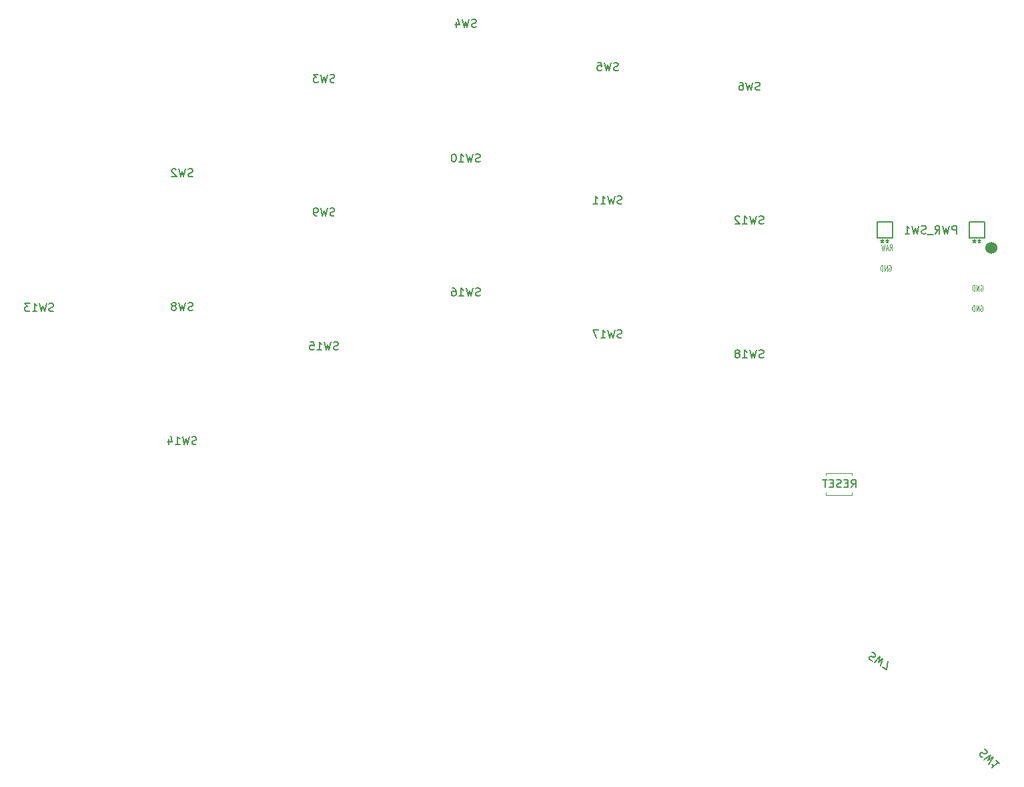
<source format=gbr>
%TF.GenerationSoftware,KiCad,Pcbnew,(6.0.2-0)*%
%TF.CreationDate,2022-03-04T16:04:49-06:00*%
%TF.ProjectId,Exkeylibur,45786b65-796c-4696-9275-722e6b696361,rev?*%
%TF.SameCoordinates,Original*%
%TF.FileFunction,Legend,Bot*%
%TF.FilePolarity,Positive*%
%FSLAX46Y46*%
G04 Gerber Fmt 4.6, Leading zero omitted, Abs format (unit mm)*
G04 Created by KiCad (PCBNEW (6.0.2-0)) date 2022-03-04 16:04:49*
%MOMM*%
%LPD*%
G01*
G04 APERTURE LIST*
%ADD10C,0.125000*%
%ADD11C,0.150000*%
%ADD12C,0.120000*%
%ADD13C,1.524000*%
G04 APERTURE END LIST*
D10*
%TO.C,U1*%
X132822773Y-53018497D02*
X132989439Y-52661354D01*
X133108487Y-53018497D02*
X133108487Y-52268497D01*
X132918011Y-52268497D01*
X132870392Y-52304212D01*
X132846582Y-52339926D01*
X132822773Y-52411354D01*
X132822773Y-52518497D01*
X132846582Y-52589926D01*
X132870392Y-52625640D01*
X132918011Y-52661354D01*
X133108487Y-52661354D01*
X132632296Y-52804212D02*
X132394201Y-52804212D01*
X132679915Y-53018497D02*
X132513249Y-52268497D01*
X132346582Y-53018497D01*
X132227535Y-52268497D02*
X132108487Y-53018497D01*
X132013249Y-52482783D01*
X131918011Y-53018497D01*
X131798963Y-52268497D01*
X132728487Y-54944212D02*
X132776106Y-54908497D01*
X132847535Y-54908497D01*
X132918963Y-54944212D01*
X132966582Y-55015640D01*
X132990392Y-55087069D01*
X133014201Y-55229926D01*
X133014201Y-55337069D01*
X132990392Y-55479926D01*
X132966582Y-55551354D01*
X132918963Y-55622783D01*
X132847535Y-55658497D01*
X132799915Y-55658497D01*
X132728487Y-55622783D01*
X132704677Y-55587069D01*
X132704677Y-55337069D01*
X132799915Y-55337069D01*
X132490392Y-55658497D02*
X132490392Y-54908497D01*
X132204677Y-55658497D01*
X132204677Y-54908497D01*
X131966582Y-55658497D02*
X131966582Y-54908497D01*
X131847535Y-54908497D01*
X131776106Y-54944212D01*
X131728487Y-55015640D01*
X131704677Y-55087069D01*
X131680868Y-55229926D01*
X131680868Y-55337069D01*
X131704677Y-55479926D01*
X131728487Y-55551354D01*
X131776106Y-55622783D01*
X131847535Y-55658497D01*
X131966582Y-55658497D01*
D11*
D10*
X144378487Y-57474212D02*
X144426106Y-57438497D01*
X144497535Y-57438497D01*
X144568963Y-57474212D01*
X144616582Y-57545640D01*
X144640392Y-57617069D01*
X144664201Y-57759926D01*
X144664201Y-57867069D01*
X144640392Y-58009926D01*
X144616582Y-58081354D01*
X144568963Y-58152783D01*
X144497535Y-58188497D01*
X144449915Y-58188497D01*
X144378487Y-58152783D01*
X144354677Y-58117069D01*
X144354677Y-57867069D01*
X144449915Y-57867069D01*
X144140392Y-58188497D02*
X144140392Y-57438497D01*
X143854677Y-58188497D01*
X143854677Y-57438497D01*
X143616582Y-58188497D02*
X143616582Y-57438497D01*
X143497535Y-57438497D01*
X143426106Y-57474212D01*
X143378487Y-57545640D01*
X143354677Y-57617069D01*
X143330868Y-57759926D01*
X143330868Y-57867069D01*
X143354677Y-58009926D01*
X143378487Y-58081354D01*
X143426106Y-58152783D01*
X143497535Y-58188497D01*
X143616582Y-58188497D01*
X144358487Y-60054212D02*
X144406106Y-60018497D01*
X144477535Y-60018497D01*
X144548963Y-60054212D01*
X144596582Y-60125640D01*
X144620392Y-60197069D01*
X144644201Y-60339926D01*
X144644201Y-60447069D01*
X144620392Y-60589926D01*
X144596582Y-60661354D01*
X144548963Y-60732783D01*
X144477535Y-60768497D01*
X144429915Y-60768497D01*
X144358487Y-60732783D01*
X144334677Y-60697069D01*
X144334677Y-60447069D01*
X144429915Y-60447069D01*
X144120392Y-60768497D02*
X144120392Y-60018497D01*
X143834677Y-60768497D01*
X143834677Y-60018497D01*
X143596582Y-60768497D02*
X143596582Y-60018497D01*
X143477535Y-60018497D01*
X143406106Y-60054212D01*
X143358487Y-60125640D01*
X143334677Y-60197069D01*
X143310868Y-60339926D01*
X143310868Y-60447069D01*
X143334677Y-60589926D01*
X143358487Y-60661354D01*
X143406106Y-60732783D01*
X143477535Y-60768497D01*
X143596582Y-60768497D01*
D11*
%TO.C,SW16*%
X80845058Y-58755973D02*
X80702201Y-58803592D01*
X80464106Y-58803592D01*
X80368868Y-58755973D01*
X80321249Y-58708354D01*
X80273630Y-58613116D01*
X80273630Y-58517878D01*
X80321249Y-58422640D01*
X80368868Y-58375021D01*
X80464106Y-58327402D01*
X80654582Y-58279783D01*
X80749820Y-58232164D01*
X80797439Y-58184545D01*
X80845058Y-58089307D01*
X80845058Y-57994069D01*
X80797439Y-57898831D01*
X80749820Y-57851212D01*
X80654582Y-57803592D01*
X80416487Y-57803592D01*
X80273630Y-57851212D01*
X79940296Y-57803592D02*
X79702201Y-58803592D01*
X79511725Y-58089307D01*
X79321249Y-58803592D01*
X79083154Y-57803592D01*
X78178392Y-58803592D02*
X78749820Y-58803592D01*
X78464106Y-58803592D02*
X78464106Y-57803592D01*
X78559344Y-57946450D01*
X78654582Y-58041688D01*
X78749820Y-58089307D01*
X77321249Y-57803592D02*
X77511725Y-57803592D01*
X77606963Y-57851212D01*
X77654582Y-57898831D01*
X77749820Y-58041688D01*
X77797439Y-58232164D01*
X77797439Y-58613116D01*
X77749820Y-58708354D01*
X77702201Y-58755973D01*
X77606963Y-58803592D01*
X77416487Y-58803592D01*
X77321249Y-58755973D01*
X77273630Y-58708354D01*
X77226011Y-58613116D01*
X77226011Y-58375021D01*
X77273630Y-58279783D01*
X77321249Y-58232164D01*
X77416487Y-58184545D01*
X77606963Y-58184545D01*
X77702201Y-58232164D01*
X77749820Y-58279783D01*
X77797439Y-58375021D01*
%TO.C,SW7*%
X130595496Y-104102958D02*
X130743023Y-104133147D01*
X130949220Y-104252195D01*
X131007889Y-104341053D01*
X131025319Y-104406102D01*
X131018939Y-104512390D01*
X130971320Y-104594869D01*
X130882462Y-104653538D01*
X130817413Y-104670967D01*
X130711125Y-104664588D01*
X130522358Y-104610589D01*
X130416070Y-104604209D01*
X130351021Y-104621639D01*
X130262163Y-104680308D01*
X130214544Y-104762787D01*
X130208164Y-104869075D01*
X130225594Y-104934124D01*
X130284263Y-105022982D01*
X130490459Y-105142030D01*
X130637987Y-105172219D01*
X130902852Y-105380125D02*
X131609049Y-104633147D01*
X131416863Y-105346975D01*
X131938963Y-104823623D01*
X131645160Y-105808696D01*
X131892596Y-105951553D02*
X132469946Y-106284887D01*
X132598792Y-105204576D01*
%TO.C,SW15*%
X62845058Y-65613973D02*
X62702201Y-65661592D01*
X62464106Y-65661592D01*
X62368868Y-65613973D01*
X62321249Y-65566354D01*
X62273630Y-65471116D01*
X62273630Y-65375878D01*
X62321249Y-65280640D01*
X62368868Y-65233021D01*
X62464106Y-65185402D01*
X62654582Y-65137783D01*
X62749820Y-65090164D01*
X62797439Y-65042545D01*
X62845058Y-64947307D01*
X62845058Y-64852069D01*
X62797439Y-64756831D01*
X62749820Y-64709212D01*
X62654582Y-64661592D01*
X62416487Y-64661592D01*
X62273630Y-64709212D01*
X61940296Y-64661592D02*
X61702201Y-65661592D01*
X61511725Y-64947307D01*
X61321249Y-65661592D01*
X61083154Y-64661592D01*
X60178392Y-65661592D02*
X60749820Y-65661592D01*
X60464106Y-65661592D02*
X60464106Y-64661592D01*
X60559344Y-64804450D01*
X60654582Y-64899688D01*
X60749820Y-64947307D01*
X59273630Y-64661592D02*
X59749820Y-64661592D01*
X59797439Y-65137783D01*
X59749820Y-65090164D01*
X59654582Y-65042545D01*
X59416487Y-65042545D01*
X59321249Y-65090164D01*
X59273630Y-65137783D01*
X59226011Y-65233021D01*
X59226011Y-65471116D01*
X59273630Y-65566354D01*
X59321249Y-65613973D01*
X59416487Y-65661592D01*
X59654582Y-65661592D01*
X59749820Y-65613973D01*
X59797439Y-65566354D01*
%TO.C,SW13*%
X26709948Y-60721186D02*
X26567091Y-60768805D01*
X26328996Y-60768805D01*
X26233758Y-60721186D01*
X26186139Y-60673567D01*
X26138520Y-60578329D01*
X26138520Y-60483091D01*
X26186139Y-60387853D01*
X26233758Y-60340234D01*
X26328996Y-60292615D01*
X26519472Y-60244996D01*
X26614710Y-60197377D01*
X26662329Y-60149758D01*
X26709948Y-60054520D01*
X26709948Y-59959282D01*
X26662329Y-59864044D01*
X26614710Y-59816425D01*
X26519472Y-59768805D01*
X26281377Y-59768805D01*
X26138520Y-59816425D01*
X25805186Y-59768805D02*
X25567091Y-60768805D01*
X25376615Y-60054520D01*
X25186139Y-60768805D01*
X24948044Y-59768805D01*
X24043282Y-60768805D02*
X24614710Y-60768805D01*
X24328996Y-60768805D02*
X24328996Y-59768805D01*
X24424234Y-59911663D01*
X24519472Y-60006901D01*
X24614710Y-60054520D01*
X23709948Y-59768805D02*
X23090901Y-59768805D01*
X23424234Y-60149758D01*
X23281377Y-60149758D01*
X23186139Y-60197377D01*
X23138520Y-60244996D01*
X23090901Y-60340234D01*
X23090901Y-60578329D01*
X23138520Y-60673567D01*
X23186139Y-60721186D01*
X23281377Y-60768805D01*
X23567091Y-60768805D01*
X23662329Y-60721186D01*
X23709948Y-60673567D01*
%TO.C,SW17*%
X98845058Y-64089973D02*
X98702201Y-64137592D01*
X98464106Y-64137592D01*
X98368868Y-64089973D01*
X98321249Y-64042354D01*
X98273630Y-63947116D01*
X98273630Y-63851878D01*
X98321249Y-63756640D01*
X98368868Y-63709021D01*
X98464106Y-63661402D01*
X98654582Y-63613783D01*
X98749820Y-63566164D01*
X98797439Y-63518545D01*
X98845058Y-63423307D01*
X98845058Y-63328069D01*
X98797439Y-63232831D01*
X98749820Y-63185212D01*
X98654582Y-63137592D01*
X98416487Y-63137592D01*
X98273630Y-63185212D01*
X97940296Y-63137592D02*
X97702201Y-64137592D01*
X97511725Y-63423307D01*
X97321249Y-64137592D01*
X97083154Y-63137592D01*
X96178392Y-64137592D02*
X96749820Y-64137592D01*
X96464106Y-64137592D02*
X96464106Y-63137592D01*
X96559344Y-63280450D01*
X96654582Y-63375688D01*
X96749820Y-63423307D01*
X95845058Y-63137592D02*
X95178392Y-63137592D01*
X95606963Y-64137592D01*
%TO.C,SW18*%
X116825058Y-66629973D02*
X116682201Y-66677592D01*
X116444106Y-66677592D01*
X116348868Y-66629973D01*
X116301249Y-66582354D01*
X116253630Y-66487116D01*
X116253630Y-66391878D01*
X116301249Y-66296640D01*
X116348868Y-66249021D01*
X116444106Y-66201402D01*
X116634582Y-66153783D01*
X116729820Y-66106164D01*
X116777439Y-66058545D01*
X116825058Y-65963307D01*
X116825058Y-65868069D01*
X116777439Y-65772831D01*
X116729820Y-65725212D01*
X116634582Y-65677592D01*
X116396487Y-65677592D01*
X116253630Y-65725212D01*
X115920296Y-65677592D02*
X115682201Y-66677592D01*
X115491725Y-65963307D01*
X115301249Y-66677592D01*
X115063154Y-65677592D01*
X114158392Y-66677592D02*
X114729820Y-66677592D01*
X114444106Y-66677592D02*
X114444106Y-65677592D01*
X114539344Y-65820450D01*
X114634582Y-65915688D01*
X114729820Y-65963307D01*
X113586963Y-66106164D02*
X113682201Y-66058545D01*
X113729820Y-66010926D01*
X113777439Y-65915688D01*
X113777439Y-65868069D01*
X113729820Y-65772831D01*
X113682201Y-65725212D01*
X113586963Y-65677592D01*
X113396487Y-65677592D01*
X113301249Y-65725212D01*
X113253630Y-65772831D01*
X113206011Y-65868069D01*
X113206011Y-65915688D01*
X113253630Y-66010926D01*
X113301249Y-66058545D01*
X113396487Y-66106164D01*
X113586963Y-66106164D01*
X113682201Y-66153783D01*
X113729820Y-66201402D01*
X113777439Y-66296640D01*
X113777439Y-66487116D01*
X113729820Y-66582354D01*
X113682201Y-66629973D01*
X113586963Y-66677592D01*
X113396487Y-66677592D01*
X113301249Y-66629973D01*
X113253630Y-66582354D01*
X113206011Y-66487116D01*
X113206011Y-66296640D01*
X113253630Y-66201402D01*
X113301249Y-66153783D01*
X113396487Y-66106164D01*
%TO.C,SW4*%
X80368868Y-24621973D02*
X80226011Y-24669592D01*
X79987915Y-24669592D01*
X79892677Y-24621973D01*
X79845058Y-24574354D01*
X79797439Y-24479116D01*
X79797439Y-24383878D01*
X79845058Y-24288640D01*
X79892677Y-24241021D01*
X79987915Y-24193402D01*
X80178392Y-24145783D01*
X80273630Y-24098164D01*
X80321249Y-24050545D01*
X80368868Y-23955307D01*
X80368868Y-23860069D01*
X80321249Y-23764831D01*
X80273630Y-23717212D01*
X80178392Y-23669592D01*
X79940296Y-23669592D01*
X79797439Y-23717212D01*
X79464106Y-23669592D02*
X79226011Y-24669592D01*
X79035535Y-23955307D01*
X78845058Y-24669592D01*
X78606963Y-23669592D01*
X77797439Y-24002926D02*
X77797439Y-24669592D01*
X78035535Y-23621973D02*
X78273630Y-24336259D01*
X77654582Y-24336259D01*
%TO.C,SW3*%
X62368868Y-31621973D02*
X62226011Y-31669592D01*
X61987915Y-31669592D01*
X61892677Y-31621973D01*
X61845058Y-31574354D01*
X61797439Y-31479116D01*
X61797439Y-31383878D01*
X61845058Y-31288640D01*
X61892677Y-31241021D01*
X61987915Y-31193402D01*
X62178392Y-31145783D01*
X62273630Y-31098164D01*
X62321249Y-31050545D01*
X62368868Y-30955307D01*
X62368868Y-30860069D01*
X62321249Y-30764831D01*
X62273630Y-30717212D01*
X62178392Y-30669592D01*
X61940296Y-30669592D01*
X61797439Y-30717212D01*
X61464106Y-30669592D02*
X61226011Y-31669592D01*
X61035535Y-30955307D01*
X60845058Y-31669592D01*
X60606963Y-30669592D01*
X60321249Y-30669592D02*
X59702201Y-30669592D01*
X60035535Y-31050545D01*
X59892677Y-31050545D01*
X59797439Y-31098164D01*
X59749820Y-31145783D01*
X59702201Y-31241021D01*
X59702201Y-31479116D01*
X59749820Y-31574354D01*
X59797439Y-31621973D01*
X59892677Y-31669592D01*
X60178392Y-31669592D01*
X60273630Y-31621973D01*
X60321249Y-31574354D01*
%TO.C,SW9*%
X62368868Y-48595973D02*
X62226011Y-48643592D01*
X61987915Y-48643592D01*
X61892677Y-48595973D01*
X61845058Y-48548354D01*
X61797439Y-48453116D01*
X61797439Y-48357878D01*
X61845058Y-48262640D01*
X61892677Y-48215021D01*
X61987915Y-48167402D01*
X62178392Y-48119783D01*
X62273630Y-48072164D01*
X62321249Y-48024545D01*
X62368868Y-47929307D01*
X62368868Y-47834069D01*
X62321249Y-47738831D01*
X62273630Y-47691212D01*
X62178392Y-47643592D01*
X61940296Y-47643592D01*
X61797439Y-47691212D01*
X61464106Y-47643592D02*
X61226011Y-48643592D01*
X61035535Y-47929307D01*
X60845058Y-48643592D01*
X60606963Y-47643592D01*
X60178392Y-48643592D02*
X59987915Y-48643592D01*
X59892677Y-48595973D01*
X59845058Y-48548354D01*
X59749820Y-48405497D01*
X59702201Y-48215021D01*
X59702201Y-47834069D01*
X59749820Y-47738831D01*
X59797439Y-47691212D01*
X59892677Y-47643592D01*
X60083154Y-47643592D01*
X60178392Y-47691212D01*
X60226011Y-47738831D01*
X60273630Y-47834069D01*
X60273630Y-48072164D01*
X60226011Y-48167402D01*
X60178392Y-48215021D01*
X60083154Y-48262640D01*
X59892677Y-48262640D01*
X59797439Y-48215021D01*
X59749820Y-48167402D01*
X59702201Y-48072164D01*
%TO.C,SW14*%
X44845058Y-77621973D02*
X44702201Y-77669592D01*
X44464106Y-77669592D01*
X44368868Y-77621973D01*
X44321249Y-77574354D01*
X44273630Y-77479116D01*
X44273630Y-77383878D01*
X44321249Y-77288640D01*
X44368868Y-77241021D01*
X44464106Y-77193402D01*
X44654582Y-77145783D01*
X44749820Y-77098164D01*
X44797439Y-77050545D01*
X44845058Y-76955307D01*
X44845058Y-76860069D01*
X44797439Y-76764831D01*
X44749820Y-76717212D01*
X44654582Y-76669592D01*
X44416487Y-76669592D01*
X44273630Y-76717212D01*
X43940296Y-76669592D02*
X43702201Y-77669592D01*
X43511725Y-76955307D01*
X43321249Y-77669592D01*
X43083154Y-76669592D01*
X42178392Y-77669592D02*
X42749820Y-77669592D01*
X42464106Y-77669592D02*
X42464106Y-76669592D01*
X42559344Y-76812450D01*
X42654582Y-76907688D01*
X42749820Y-76955307D01*
X41321249Y-77002926D02*
X41321249Y-77669592D01*
X41559344Y-76621973D02*
X41797439Y-77336259D01*
X41178392Y-77336259D01*
%TO.C,SW12*%
X116825058Y-49611973D02*
X116682201Y-49659592D01*
X116444106Y-49659592D01*
X116348868Y-49611973D01*
X116301249Y-49564354D01*
X116253630Y-49469116D01*
X116253630Y-49373878D01*
X116301249Y-49278640D01*
X116348868Y-49231021D01*
X116444106Y-49183402D01*
X116634582Y-49135783D01*
X116729820Y-49088164D01*
X116777439Y-49040545D01*
X116825058Y-48945307D01*
X116825058Y-48850069D01*
X116777439Y-48754831D01*
X116729820Y-48707212D01*
X116634582Y-48659592D01*
X116396487Y-48659592D01*
X116253630Y-48707212D01*
X115920296Y-48659592D02*
X115682201Y-49659592D01*
X115491725Y-48945307D01*
X115301249Y-49659592D01*
X115063154Y-48659592D01*
X114158392Y-49659592D02*
X114729820Y-49659592D01*
X114444106Y-49659592D02*
X114444106Y-48659592D01*
X114539344Y-48802450D01*
X114634582Y-48897688D01*
X114729820Y-48945307D01*
X113777439Y-48754831D02*
X113729820Y-48707212D01*
X113634582Y-48659592D01*
X113396487Y-48659592D01*
X113301249Y-48707212D01*
X113253630Y-48754831D01*
X113206011Y-48850069D01*
X113206011Y-48945307D01*
X113253630Y-49088164D01*
X113825058Y-49659592D01*
X113206011Y-49659592D01*
%TO.C,SW11*%
X98845058Y-47071973D02*
X98702201Y-47119592D01*
X98464106Y-47119592D01*
X98368868Y-47071973D01*
X98321249Y-47024354D01*
X98273630Y-46929116D01*
X98273630Y-46833878D01*
X98321249Y-46738640D01*
X98368868Y-46691021D01*
X98464106Y-46643402D01*
X98654582Y-46595783D01*
X98749820Y-46548164D01*
X98797439Y-46500545D01*
X98845058Y-46405307D01*
X98845058Y-46310069D01*
X98797439Y-46214831D01*
X98749820Y-46167212D01*
X98654582Y-46119592D01*
X98416487Y-46119592D01*
X98273630Y-46167212D01*
X97940296Y-46119592D02*
X97702201Y-47119592D01*
X97511725Y-46405307D01*
X97321249Y-47119592D01*
X97083154Y-46119592D01*
X96178392Y-47119592D02*
X96749820Y-47119592D01*
X96464106Y-47119592D02*
X96464106Y-46119592D01*
X96559344Y-46262450D01*
X96654582Y-46357688D01*
X96749820Y-46405307D01*
X95226011Y-47119592D02*
X95797439Y-47119592D01*
X95511725Y-47119592D02*
X95511725Y-46119592D01*
X95606963Y-46262450D01*
X95702201Y-46357688D01*
X95797439Y-46405307D01*
%TO.C,SW8*%
X44368868Y-60621973D02*
X44226011Y-60669592D01*
X43987915Y-60669592D01*
X43892677Y-60621973D01*
X43845058Y-60574354D01*
X43797439Y-60479116D01*
X43797439Y-60383878D01*
X43845058Y-60288640D01*
X43892677Y-60241021D01*
X43987915Y-60193402D01*
X44178392Y-60145783D01*
X44273630Y-60098164D01*
X44321249Y-60050545D01*
X44368868Y-59955307D01*
X44368868Y-59860069D01*
X44321249Y-59764831D01*
X44273630Y-59717212D01*
X44178392Y-59669592D01*
X43940296Y-59669592D01*
X43797439Y-59717212D01*
X43464106Y-59669592D02*
X43226011Y-60669592D01*
X43035535Y-59955307D01*
X42845058Y-60669592D01*
X42606963Y-59669592D01*
X42083154Y-60098164D02*
X42178392Y-60050545D01*
X42226011Y-60002926D01*
X42273630Y-59907688D01*
X42273630Y-59860069D01*
X42226011Y-59764831D01*
X42178392Y-59717212D01*
X42083154Y-59669592D01*
X41892677Y-59669592D01*
X41797439Y-59717212D01*
X41749820Y-59764831D01*
X41702201Y-59860069D01*
X41702201Y-59907688D01*
X41749820Y-60002926D01*
X41797439Y-60050545D01*
X41892677Y-60098164D01*
X42083154Y-60098164D01*
X42178392Y-60145783D01*
X42226011Y-60193402D01*
X42273630Y-60288640D01*
X42273630Y-60479116D01*
X42226011Y-60574354D01*
X42178392Y-60621973D01*
X42083154Y-60669592D01*
X41892677Y-60669592D01*
X41797439Y-60621973D01*
X41749820Y-60574354D01*
X41702201Y-60479116D01*
X41702201Y-60288640D01*
X41749820Y-60193402D01*
X41797439Y-60145783D01*
X41892677Y-60098164D01*
%TO.C,SW6*%
X116368868Y-32621973D02*
X116226011Y-32669592D01*
X115987915Y-32669592D01*
X115892677Y-32621973D01*
X115845058Y-32574354D01*
X115797439Y-32479116D01*
X115797439Y-32383878D01*
X115845058Y-32288640D01*
X115892677Y-32241021D01*
X115987915Y-32193402D01*
X116178392Y-32145783D01*
X116273630Y-32098164D01*
X116321249Y-32050545D01*
X116368868Y-31955307D01*
X116368868Y-31860069D01*
X116321249Y-31764831D01*
X116273630Y-31717212D01*
X116178392Y-31669592D01*
X115940296Y-31669592D01*
X115797439Y-31717212D01*
X115464106Y-31669592D02*
X115226011Y-32669592D01*
X115035535Y-31955307D01*
X114845058Y-32669592D01*
X114606963Y-31669592D01*
X113797439Y-31669592D02*
X113987915Y-31669592D01*
X114083154Y-31717212D01*
X114130773Y-31764831D01*
X114226011Y-31907688D01*
X114273630Y-32098164D01*
X114273630Y-32479116D01*
X114226011Y-32574354D01*
X114178392Y-32621973D01*
X114083154Y-32669592D01*
X113892677Y-32669592D01*
X113797439Y-32621973D01*
X113749820Y-32574354D01*
X113702201Y-32479116D01*
X113702201Y-32241021D01*
X113749820Y-32145783D01*
X113797439Y-32098164D01*
X113892677Y-32050545D01*
X114083154Y-32050545D01*
X114178392Y-32098164D01*
X114226011Y-32145783D01*
X114273630Y-32241021D01*
%TO.C,SW5*%
X98368868Y-30121973D02*
X98226011Y-30169592D01*
X97987915Y-30169592D01*
X97892677Y-30121973D01*
X97845058Y-30074354D01*
X97797439Y-29979116D01*
X97797439Y-29883878D01*
X97845058Y-29788640D01*
X97892677Y-29741021D01*
X97987915Y-29693402D01*
X98178392Y-29645783D01*
X98273630Y-29598164D01*
X98321249Y-29550545D01*
X98368868Y-29455307D01*
X98368868Y-29360069D01*
X98321249Y-29264831D01*
X98273630Y-29217212D01*
X98178392Y-29169592D01*
X97940296Y-29169592D01*
X97797439Y-29217212D01*
X97464106Y-29169592D02*
X97226011Y-30169592D01*
X97035535Y-29455307D01*
X96845058Y-30169592D01*
X96606963Y-29169592D01*
X95749820Y-29169592D02*
X96226011Y-29169592D01*
X96273630Y-29645783D01*
X96226011Y-29598164D01*
X96130773Y-29550545D01*
X95892677Y-29550545D01*
X95797439Y-29598164D01*
X95749820Y-29645783D01*
X95702201Y-29741021D01*
X95702201Y-29979116D01*
X95749820Y-30074354D01*
X95797439Y-30121973D01*
X95892677Y-30169592D01*
X96130773Y-30169592D01*
X96226011Y-30121973D01*
X96273630Y-30074354D01*
%TO.C,SW2*%
X44368868Y-43621973D02*
X44226011Y-43669592D01*
X43987915Y-43669592D01*
X43892677Y-43621973D01*
X43845058Y-43574354D01*
X43797439Y-43479116D01*
X43797439Y-43383878D01*
X43845058Y-43288640D01*
X43892677Y-43241021D01*
X43987915Y-43193402D01*
X44178392Y-43145783D01*
X44273630Y-43098164D01*
X44321249Y-43050545D01*
X44368868Y-42955307D01*
X44368868Y-42860069D01*
X44321249Y-42764831D01*
X44273630Y-42717212D01*
X44178392Y-42669592D01*
X43940296Y-42669592D01*
X43797439Y-42717212D01*
X43464106Y-42669592D02*
X43226011Y-43669592D01*
X43035535Y-42955307D01*
X42845058Y-43669592D01*
X42606963Y-42669592D01*
X42273630Y-42764831D02*
X42226011Y-42717212D01*
X42130773Y-42669592D01*
X41892677Y-42669592D01*
X41797439Y-42717212D01*
X41749820Y-42764831D01*
X41702201Y-42860069D01*
X41702201Y-42955307D01*
X41749820Y-43098164D01*
X42321249Y-43669592D01*
X41702201Y-43669592D01*
%TO.C,RSW1*%
X127958915Y-83145592D02*
X128292249Y-82669402D01*
X128530344Y-83145592D02*
X128530344Y-82145592D01*
X128149392Y-82145592D01*
X128054154Y-82193212D01*
X128006535Y-82240831D01*
X127958915Y-82336069D01*
X127958915Y-82478926D01*
X128006535Y-82574164D01*
X128054154Y-82621783D01*
X128149392Y-82669402D01*
X128530344Y-82669402D01*
X127530344Y-82621783D02*
X127197011Y-82621783D01*
X127054154Y-83145592D02*
X127530344Y-83145592D01*
X127530344Y-82145592D01*
X127054154Y-82145592D01*
X126673201Y-83097973D02*
X126530344Y-83145592D01*
X126292249Y-83145592D01*
X126197011Y-83097973D01*
X126149392Y-83050354D01*
X126101773Y-82955116D01*
X126101773Y-82859878D01*
X126149392Y-82764640D01*
X126197011Y-82717021D01*
X126292249Y-82669402D01*
X126482725Y-82621783D01*
X126577963Y-82574164D01*
X126625582Y-82526545D01*
X126673201Y-82431307D01*
X126673201Y-82336069D01*
X126625582Y-82240831D01*
X126577963Y-82193212D01*
X126482725Y-82145592D01*
X126244630Y-82145592D01*
X126101773Y-82193212D01*
X125673201Y-82621783D02*
X125339868Y-82621783D01*
X125197011Y-83145592D02*
X125673201Y-83145592D01*
X125673201Y-82145592D01*
X125197011Y-82145592D01*
X124911296Y-82145592D02*
X124339868Y-82145592D01*
X124625582Y-83145592D02*
X124625582Y-82145592D01*
%TO.C,SW10*%
X80845058Y-41737973D02*
X80702201Y-41785592D01*
X80464106Y-41785592D01*
X80368868Y-41737973D01*
X80321249Y-41690354D01*
X80273630Y-41595116D01*
X80273630Y-41499878D01*
X80321249Y-41404640D01*
X80368868Y-41357021D01*
X80464106Y-41309402D01*
X80654582Y-41261783D01*
X80749820Y-41214164D01*
X80797439Y-41166545D01*
X80845058Y-41071307D01*
X80845058Y-40976069D01*
X80797439Y-40880831D01*
X80749820Y-40833212D01*
X80654582Y-40785592D01*
X80416487Y-40785592D01*
X80273630Y-40833212D01*
X79940296Y-40785592D02*
X79702201Y-41785592D01*
X79511725Y-41071307D01*
X79321249Y-41785592D01*
X79083154Y-40785592D01*
X78178392Y-41785592D02*
X78749820Y-41785592D01*
X78464106Y-41785592D02*
X78464106Y-40785592D01*
X78559344Y-40928450D01*
X78654582Y-41023688D01*
X78749820Y-41071307D01*
X77559344Y-40785592D02*
X77464106Y-40785592D01*
X77368868Y-40833212D01*
X77321249Y-40880831D01*
X77273630Y-40976069D01*
X77226011Y-41166545D01*
X77226011Y-41404640D01*
X77273630Y-41595116D01*
X77321249Y-41690354D01*
X77368868Y-41737973D01*
X77464106Y-41785592D01*
X77559344Y-41785592D01*
X77654582Y-41737973D01*
X77702201Y-41690354D01*
X77749820Y-41595116D01*
X77797439Y-41404640D01*
X77797439Y-41166545D01*
X77749820Y-40976069D01*
X77702201Y-40880831D01*
X77654582Y-40833212D01*
X77559344Y-40785592D01*
%TO.C,BT_V1*%
X144215173Y-51641107D02*
X144215173Y-51834631D01*
X144408696Y-51757221D02*
X144215173Y-51834631D01*
X144021649Y-51757221D01*
X144331287Y-51989450D02*
X144215173Y-51834631D01*
X144099058Y-51989450D01*
X143595896Y-51641107D02*
X143595896Y-51834631D01*
X143789420Y-51757221D02*
X143595896Y-51834631D01*
X143402373Y-51757221D01*
X143712011Y-51989450D02*
X143595896Y-51834631D01*
X143479782Y-51989450D01*
%TO.C,BT_GND1*%
X132531173Y-51641107D02*
X132531173Y-51834631D01*
X132724696Y-51757221D02*
X132531173Y-51834631D01*
X132337649Y-51757221D01*
X132647287Y-51989450D02*
X132531173Y-51834631D01*
X132415058Y-51989450D01*
X131911896Y-51641107D02*
X131911896Y-51834631D01*
X132105420Y-51757221D02*
X131911896Y-51834631D01*
X131718373Y-51757221D01*
X132028011Y-51989450D02*
X131911896Y-51834631D01*
X131795782Y-51989450D01*
%TO.C,SW1*%
X144847544Y-116389666D02*
X144982231Y-116457009D01*
X145150590Y-116625368D01*
X145184262Y-116726383D01*
X145184262Y-116793727D01*
X145150590Y-116894742D01*
X145083247Y-116962085D01*
X144982231Y-116995757D01*
X144914888Y-116995757D01*
X144813873Y-116962085D01*
X144645514Y-116861070D01*
X144544499Y-116827398D01*
X144477155Y-116827398D01*
X144376140Y-116861070D01*
X144308796Y-116928414D01*
X144275125Y-117029429D01*
X144275125Y-117096772D01*
X144308796Y-117197788D01*
X144477155Y-117366146D01*
X144611842Y-117433490D01*
X144813873Y-117702864D02*
X145689338Y-117164116D01*
X145318949Y-117803879D01*
X145958712Y-117433490D01*
X145419964Y-118308955D01*
X146766834Y-118241612D02*
X146362773Y-117837551D01*
X146564804Y-118039581D02*
X145857697Y-118746688D01*
X145891369Y-118578329D01*
X145891369Y-118443642D01*
X145857697Y-118342627D01*
%TO.C,PWR_SW1*%
X141301630Y-50903592D02*
X141301630Y-49903592D01*
X140920677Y-49903592D01*
X140825439Y-49951212D01*
X140777820Y-49998831D01*
X140730201Y-50094069D01*
X140730201Y-50236926D01*
X140777820Y-50332164D01*
X140825439Y-50379783D01*
X140920677Y-50427402D01*
X141301630Y-50427402D01*
X140396868Y-49903592D02*
X140158773Y-50903592D01*
X139968296Y-50189307D01*
X139777820Y-50903592D01*
X139539725Y-49903592D01*
X138587344Y-50903592D02*
X138920677Y-50427402D01*
X139158773Y-50903592D02*
X139158773Y-49903592D01*
X138777820Y-49903592D01*
X138682582Y-49951212D01*
X138634963Y-49998831D01*
X138587344Y-50094069D01*
X138587344Y-50236926D01*
X138634963Y-50332164D01*
X138682582Y-50379783D01*
X138777820Y-50427402D01*
X139158773Y-50427402D01*
X138396868Y-50998831D02*
X137634963Y-50998831D01*
X137444487Y-50855973D02*
X137301630Y-50903592D01*
X137063535Y-50903592D01*
X136968296Y-50855973D01*
X136920677Y-50808354D01*
X136873058Y-50713116D01*
X136873058Y-50617878D01*
X136920677Y-50522640D01*
X136968296Y-50475021D01*
X137063535Y-50427402D01*
X137254011Y-50379783D01*
X137349249Y-50332164D01*
X137396868Y-50284545D01*
X137444487Y-50189307D01*
X137444487Y-50094069D01*
X137396868Y-49998831D01*
X137349249Y-49951212D01*
X137254011Y-49903592D01*
X137015915Y-49903592D01*
X136873058Y-49951212D01*
X136539725Y-49903592D02*
X136301630Y-50903592D01*
X136111154Y-50189307D01*
X135920677Y-50903592D01*
X135682582Y-49903592D01*
X134777820Y-50903592D02*
X135349249Y-50903592D01*
X135063535Y-50903592D02*
X135063535Y-49903592D01*
X135158773Y-50046450D01*
X135254011Y-50141688D01*
X135349249Y-50189307D01*
%TO.C,BT_V1*%
X144905535Y-51435212D02*
X142905535Y-51435212D01*
X144905535Y-49435212D02*
X144905535Y-51435212D01*
X142905535Y-49435212D02*
X144905535Y-49435212D01*
X142905535Y-51435212D02*
X142905535Y-49435212D01*
%TO.C,BT_GND1*%
X133221535Y-51435212D02*
X131221535Y-51435212D01*
X131221535Y-49435212D02*
X133221535Y-49435212D01*
X133221535Y-49435212D02*
X133221535Y-51435212D01*
X131221535Y-51435212D02*
X131221535Y-49435212D01*
D12*
%TO.C,RSW1*%
X124736802Y-81291637D02*
X128036802Y-81291637D01*
X128036802Y-84091637D02*
X128036802Y-83791637D01*
X128036802Y-81291637D02*
X128036802Y-81591637D01*
X124736802Y-83791637D02*
X124736802Y-84091637D01*
X124736802Y-81591637D02*
X124736802Y-81291637D01*
X124736802Y-84091637D02*
X128036802Y-84091637D01*
%TD*%
D13*
%TO.C,U1*%
X145728935Y-52721212D03*
%TD*%
M02*

</source>
